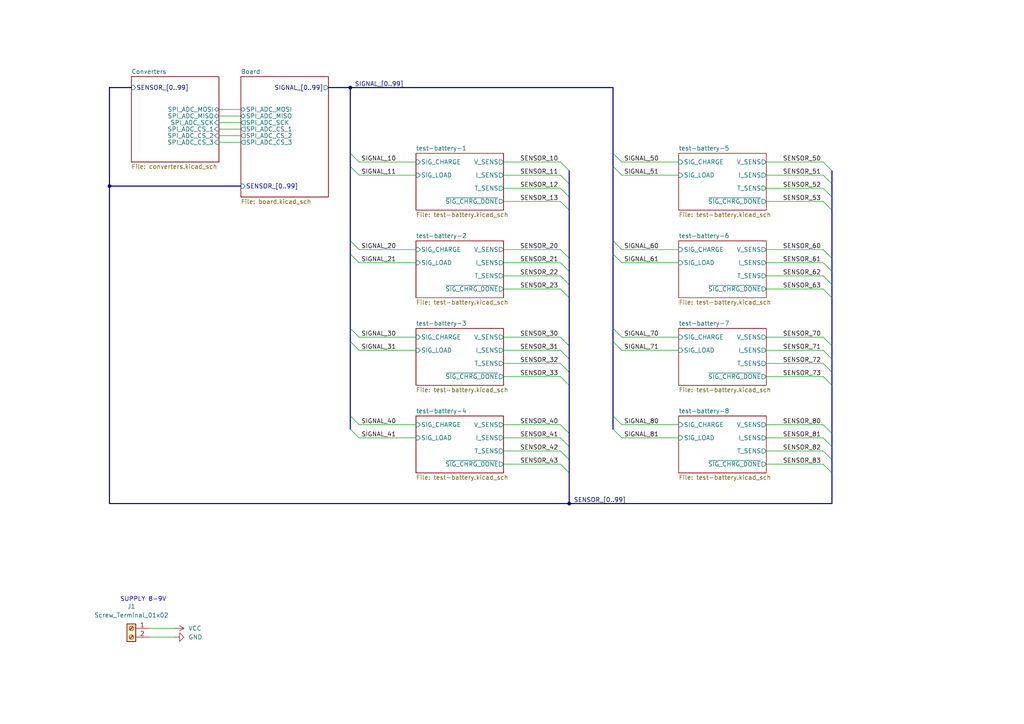
<source format=kicad_sch>
(kicad_sch (version 20211123) (generator eeschema)
  (paper "A4")
  (lib_symbols
    (symbol "Connector:Screw_Terminal_01x02" (pin_names (offset 1.016) hide)
      (property "Reference" "J" (at 0 2.54 0))
      (property "Value" "Screw_Terminal_01x02" (at 0 -5.08 0))
      (symbol "Screw_Terminal_01x02_1_1"
        (rectangle (start -1.27 1.27) (end 1.27 -3.81) (stroke (width 0.254)) (fill (type background)))
        (circle (center 0 -2.54) (radius 0.635) (stroke (width 0.1524)))
        (polyline (pts (xy -0.5334 -2.2098) (xy 0.3302 -3.048)) (stroke (width 0.1524)))
        (polyline (pts (xy -0.5334 0.3302) (xy 0.3302 -0.508)) (stroke (width 0.1524)))
        (polyline (pts (xy -0.3556 -2.032) (xy 0.508 -2.8702)) (stroke (width 0.1524)))
        (polyline (pts (xy -0.3556 0.508) (xy 0.508 -0.3302)) (stroke (width 0.1524)))
        (circle (center 0 0) (radius 0.635) (stroke (width 0.1524)))
        (pin passive line (at -5.08 0 0) (length 3.81) (name "Pin_1") (number "1"))
        (pin passive line (at -5.08 -2.54 0) (length 3.81) (name "Pin_2") (number "2"))
      )
    )
    (symbol "power:GND" (power) (pin_names (offset 0))
      (property "Value" "GND" (at 0 -3.81 0))
      (symbol "GND_0_1"
        (polyline (pts (xy 0 0) (xy 0 -1.27) (xy 1.27 -1.27) (xy 0 -2.54) (xy -1.27 -1.27) (xy 0 -1.27)))
      )
      (symbol "GND_1_1"
        (pin power_in line (at 0 0 270) (length 0) hide (name "GND") (number "1"))
      )
    )
    (symbol "power:VCC" (power) (pin_names (offset 0))
      (property "Value" "VCC" (at 0 3.81 0))
      (symbol "VCC_0_1"
        (polyline (pts (xy -0.762 1.27) (xy 0 2.54)))
        (polyline (pts (xy 0 0) (xy 0 2.54)))
        (polyline (pts (xy 0 2.54) (xy 0.762 1.27)))
      )
      (symbol "VCC_1_1"
        (pin power_in line (at 0 0 90) (length 0) hide (name "VCC") (number "1"))
      )
    )
  )
  (junction (at 101.6 25.4))
  (junction (at 165.1 146.05))
  (junction (at 31.75 53.975))
  (bus_entry (at 238.76 127) (size 2.54 2.54))
  (bus_entry (at 162.56 76.2) (size 2.54 2.54))
  (bus_entry (at 177.8 73.66) (size 2.54 2.54))
  (bus_entry (at 101.6 99.06) (size 2.54 2.54))
  (bus_entry (at 162.56 130.81) (size 2.54 2.54))
  (bus_entry (at 238.76 46.99) (size 2.54 2.54))
  (bus_entry (at 238.76 134.62) (size 2.54 2.54))
  (bus_entry (at 162.56 72.39) (size 2.54 2.54))
  (bus_entry (at 101.6 95.25) (size 2.54 2.54))
  (bus_entry (at 162.56 105.41) (size 2.54 2.54))
  (bus_entry (at 101.6 48.26) (size 2.54 2.54))
  (bus_entry (at 101.6 124.46) (size 2.54 2.54))
  (bus_entry (at 177.8 95.25) (size 2.54 2.54))
  (bus_entry (at 101.6 120.65) (size 2.54 2.54))
  (bus_entry (at 177.8 69.85) (size 2.54 2.54))
  (bus_entry (at 238.76 83.82) (size 2.54 2.54))
  (bus_entry (at 238.76 50.8) (size 2.54 2.54))
  (bus_entry (at 101.6 44.45) (size 2.54 2.54))
  (bus_entry (at 162.56 123.19) (size 2.54 2.54))
  (bus_entry (at 238.76 72.39) (size 2.54 2.54))
  (bus_entry (at 162.56 109.22) (size 2.54 2.54))
  (bus_entry (at 177.8 48.26) (size 2.54 2.54))
  (bus_entry (at 238.76 130.81) (size 2.54 2.54))
  (bus_entry (at 238.76 109.22) (size 2.54 2.54))
  (bus_entry (at 162.56 83.82) (size 2.54 2.54))
  (bus_entry (at 162.56 54.61) (size 2.54 2.54))
  (bus_entry (at 162.56 50.8) (size 2.54 2.54))
  (bus_entry (at 162.56 46.99) (size 2.54 2.54))
  (bus_entry (at 177.8 99.06) (size 2.54 2.54))
  (bus_entry (at 238.76 105.41) (size 2.54 2.54))
  (bus_entry (at 162.56 80.01) (size 2.54 2.54))
  (bus_entry (at 101.6 73.66) (size 2.54 2.54))
  (bus_entry (at 101.6 69.85) (size 2.54 2.54))
  (bus_entry (at 162.56 134.62) (size 2.54 2.54))
  (bus_entry (at 238.76 54.61) (size 2.54 2.54))
  (bus_entry (at 162.56 58.42) (size 2.54 2.54))
  (bus_entry (at 238.76 123.19) (size 2.54 2.54))
  (bus_entry (at 177.8 120.65) (size 2.54 2.54))
  (bus_entry (at 238.76 101.6) (size 2.54 2.54))
  (bus_entry (at 238.76 58.42) (size 2.54 2.54))
  (bus_entry (at 177.8 124.46) (size 2.54 2.54))
  (bus_entry (at 238.76 97.79) (size 2.54 2.54))
  (bus_entry (at 177.8 44.45) (size 2.54 2.54))
  (bus_entry (at 238.76 76.2) (size 2.54 2.54))
  (bus_entry (at 162.56 101.6) (size 2.54 2.54))
  (bus_entry (at 238.76 80.01) (size 2.54 2.54))
  (bus_entry (at 162.56 127) (size 2.54 2.54))
  (bus_entry (at 162.56 97.79) (size 2.54 2.54))
  (bus (pts (xy 31.75 53.975) (xy 31.75 146.05)))
  (wire (pts (xy 222.25 134.62) (xy 238.76 134.62)))
  (bus (pts (xy 101.6 95.25) (xy 101.6 99.06)))
  (wire (pts (xy 222.25 123.19) (xy 238.76 123.19)))
  (wire (pts (xy 222.25 80.01) (xy 238.76 80.01)))
  (wire (pts (xy 222.25 105.41) (xy 238.76 105.41)))
  (bus (pts (xy 165.1 74.93) (xy 165.1 78.74)))
  (wire (pts (xy 146.05 134.62) (xy 162.56 134.62)))
  (bus (pts (xy 31.75 146.05) (xy 165.1 146.05)))
  (bus (pts (xy 31.75 53.975) (xy 69.85 53.975)))
  (bus (pts (xy 241.3 49.53) (xy 241.3 53.34)))
  (bus (pts (xy 165.1 82.55) (xy 165.1 86.36)))
  (wire (pts (xy 50.8 184.785) (xy 43.18 184.785)))
  (wire (pts (xy 104.14 46.99) (xy 120.65 46.99)))
  (wire (pts (xy 180.34 127) (xy 196.85 127)))
  (bus (pts (xy 177.8 73.66) (xy 177.8 69.85)))
  (wire (pts (xy 222.25 50.8) (xy 238.76 50.8)))
  (bus (pts (xy 241.3 125.73) (xy 241.3 129.54)))
  (wire (pts (xy 146.05 101.6) (xy 162.56 101.6)))
  (bus (pts (xy 241.3 107.95) (xy 241.3 111.76)))
  (wire (pts (xy 146.05 72.39) (xy 162.56 72.39)))
  (wire (pts (xy 63.5 31.75) (xy 69.85 31.75)))
  (bus (pts (xy 241.3 57.15) (xy 241.3 60.96)))
  (bus (pts (xy 241.3 129.54) (xy 241.3 133.35)))
  (bus (pts (xy 101.6 99.06) (xy 101.6 120.65)))
  (bus (pts (xy 165.1 125.73) (xy 165.1 129.54)))
  (bus (pts (xy 165.1 104.14) (xy 165.1 107.95)))
  (bus (pts (xy 241.3 86.36) (xy 241.3 100.33)))
  (wire (pts (xy 146.05 76.2) (xy 162.56 76.2)))
  (bus (pts (xy 101.6 69.85) (xy 101.6 73.66)))
  (wire (pts (xy 222.25 72.39) (xy 238.76 72.39)))
  (bus (pts (xy 241.3 53.34) (xy 241.3 57.15)))
  (bus (pts (xy 177.8 99.06) (xy 177.8 95.25)))
  (bus (pts (xy 165.1 100.33) (xy 165.1 104.14)))
  (bus (pts (xy 241.3 74.93) (xy 241.3 78.74)))
  (bus (pts (xy 177.8 44.45) (xy 177.8 25.4)))
  (bus (pts (xy 38.1 25.4) (xy 31.75 25.4)))
  (wire (pts (xy 180.34 123.19) (xy 196.85 123.19)))
  (wire (pts (xy 222.25 130.81) (xy 238.76 130.81)))
  (wire (pts (xy 146.05 58.42) (xy 162.56 58.42)))
  (wire (pts (xy 222.25 109.22) (xy 238.76 109.22)))
  (wire (pts (xy 222.25 127) (xy 238.76 127)))
  (bus (pts (xy 165.1 49.53) (xy 165.1 53.34)))
  (bus (pts (xy 241.3 82.55) (xy 241.3 86.36)))
  (wire (pts (xy 222.25 54.61) (xy 238.76 54.61)))
  (bus (pts (xy 177.8 124.46) (xy 177.8 120.65)))
  (wire (pts (xy 63.5 35.56) (xy 69.85 35.56)))
  (bus (pts (xy 241.3 111.76) (xy 241.3 125.73)))
  (wire (pts (xy 63.5 41.275) (xy 69.85 41.275)))
  (wire (pts (xy 146.05 80.01) (xy 162.56 80.01)))
  (wire (pts (xy 104.14 50.8) (xy 120.65 50.8)))
  (bus (pts (xy 165.1 107.95) (xy 165.1 111.76)))
  (bus (pts (xy 165.1 53.34) (xy 165.1 57.15)))
  (wire (pts (xy 222.25 83.82) (xy 238.76 83.82)))
  (bus (pts (xy 101.6 73.66) (xy 101.6 95.25)))
  (wire (pts (xy 146.05 123.19) (xy 162.56 123.19)))
  (wire (pts (xy 104.14 72.39) (xy 120.65 72.39)))
  (bus (pts (xy 177.8 69.85) (xy 177.8 48.26)))
  (wire (pts (xy 222.25 101.6) (xy 238.76 101.6)))
  (wire (pts (xy 146.05 46.99) (xy 162.56 46.99)))
  (bus (pts (xy 177.8 48.26) (xy 177.8 44.45)))
  (bus (pts (xy 165.1 111.76) (xy 165.1 125.73)))
  (bus (pts (xy 241.3 133.35) (xy 241.3 137.16)))
  (wire (pts (xy 104.14 123.19) (xy 120.65 123.19)))
  (bus (pts (xy 165.1 86.36) (xy 165.1 100.33)))
  (wire (pts (xy 146.05 105.41) (xy 162.56 105.41)))
  (wire (pts (xy 146.05 50.8) (xy 162.56 50.8)))
  (wire (pts (xy 104.14 76.2) (xy 120.65 76.2)))
  (wire (pts (xy 222.25 46.99) (xy 238.76 46.99)))
  (bus (pts (xy 241.3 137.16) (xy 241.3 146.05)))
  (wire (pts (xy 43.18 182.245) (xy 50.8 182.245)))
  (bus (pts (xy 177.8 120.65) (xy 177.8 99.06)))
  (bus (pts (xy 165.1 129.54) (xy 165.1 133.35)))
  (bus (pts (xy 177.8 95.25) (xy 177.8 73.66)))
  (bus (pts (xy 165.1 57.15) (xy 165.1 60.96)))
  (bus (pts (xy 101.6 44.45) (xy 101.6 48.26)))
  (bus (pts (xy 165.1 137.16) (xy 165.1 146.05)))
  (bus (pts (xy 165.1 78.74) (xy 165.1 82.55)))
  (wire (pts (xy 180.34 46.99) (xy 196.85 46.99)))
  (bus (pts (xy 241.3 78.74) (xy 241.3 82.55)))
  (wire (pts (xy 104.14 127) (xy 120.65 127)))
  (bus (pts (xy 241.3 104.14) (xy 241.3 107.95)))
  (bus (pts (xy 95.25 25.4) (xy 101.6 25.4)))
  (bus (pts (xy 101.6 25.4) (xy 177.8 25.4)))
  (bus (pts (xy 101.6 25.4) (xy 101.6 44.45)))
  (wire (pts (xy 63.5 39.37) (xy 69.85 39.37)))
  (wire (pts (xy 104.14 101.6) (xy 120.65 101.6)))
  (wire (pts (xy 63.5 37.465) (xy 69.85 37.465)))
  (wire (pts (xy 146.05 83.82) (xy 162.56 83.82)))
  (wire (pts (xy 146.05 130.81) (xy 162.56 130.81)))
  (bus (pts (xy 101.6 120.65) (xy 101.6 124.46)))
  (wire (pts (xy 180.34 97.79) (xy 196.85 97.79)))
  (bus (pts (xy 31.75 25.4) (xy 31.75 53.975)))
  (bus (pts (xy 101.6 48.26) (xy 101.6 69.85)))
  (wire (pts (xy 146.05 109.22) (xy 162.56 109.22)))
  (wire (pts (xy 180.34 72.39) (xy 196.85 72.39)))
  (bus (pts (xy 165.1 133.35) (xy 165.1 137.16)))
  (wire (pts (xy 104.14 97.79) (xy 120.65 97.79)))
  (wire (pts (xy 222.25 58.42) (xy 238.76 58.42)))
  (bus (pts (xy 241.3 60.96) (xy 241.3 74.93)))
  (wire (pts (xy 180.34 50.8) (xy 196.85 50.8)))
  (wire (pts (xy 222.25 76.2) (xy 238.76 76.2)))
  (bus (pts (xy 241.3 100.33) (xy 241.3 104.14)))
  (wire (pts (xy 146.05 97.79) (xy 162.56 97.79)))
  (wire (pts (xy 63.5 33.655) (xy 69.85 33.655)))
  (wire (pts (xy 146.05 127) (xy 162.56 127)))
  (wire (pts (xy 180.34 101.6) (xy 196.85 101.6)))
  (bus (pts (xy 165.1 146.05) (xy 241.3 146.05)))
  (bus (pts (xy 165.1 60.96) (xy 165.1 74.93)))
  (wire (pts (xy 222.25 97.79) (xy 238.76 97.79)))
  (wire (pts (xy 180.34 76.2) (xy 196.85 76.2)))
  (wire (pts (xy 146.05 54.61) (xy 162.56 54.61)))
  (text "SUPPLY 8-9V" (at 48.26 174.625 180) (effects (font (size 1.27 1.27)) (justify right bottom)))
  (label "SENSOR_52" (at 238.125 54.61 180))
  (label "SENSOR_80" (at 238.125 123.19 180))
  (label "SIGNAL_11" (at 104.775 50.8 0))
  (label "SIGNAL_31" (at 104.775 101.6 0))
  (label "SENSOR_50" (at 238.125 46.99 180))
  (label "SIGNAL_[0..99]" (at 102.87 25.4 0))
  (label "SIGNAL_50" (at 180.975 46.99 0))
  (label "SIGNAL_20" (at 104.775 72.39 0))
  (label "SENSOR_11" (at 161.925 50.8 180))
  (label "SIGNAL_70" (at 180.975 97.79 0))
  (label "SENSOR_33" (at 161.925 109.22 180))
  (label "SIGNAL_21" (at 104.775 76.2 0))
  (label "SIGNAL_81" (at 180.975 127 0))
  (label "SENSOR_40" (at 161.925 123.19 180))
  (label "SENSOR_[0..99]" (at 166.37 146.05 0))
  (label "SENSOR_13" (at 161.925 58.42 180))
  (label "SENSOR_31" (at 161.925 101.6 180))
  (label "SENSOR_63" (at 238.125 83.82 180))
  (label "SIGNAL_71" (at 180.975 101.6 0))
  (label "SENSOR_42" (at 161.925 130.81 180))
  (label "SENSOR_43" (at 161.925 134.62 180))
  (label "SIGNAL_41" (at 104.775 127 0))
  (label "SENSOR_83" (at 238.125 134.62 180))
  (label "SIGNAL_40" (at 104.775 123.19 0))
  (label "SIGNAL_80" (at 180.975 123.19 0))
  (label "SENSOR_82" (at 238.125 130.81 180))
  (label "SENSOR_20" (at 161.925 72.39 180))
  (label "SIGNAL_10" (at 104.775 46.99 0))
  (label "SENSOR_72" (at 238.125 105.41 180))
  (label "SENSOR_10" (at 161.925 46.99 180))
  (label "SIGNAL_51" (at 180.975 50.8 0))
  (label "SENSOR_53" (at 238.125 58.42 180))
  (label "SENSOR_12" (at 161.925 54.61 180))
  (label "SENSOR_81" (at 238.125 127 180))
  (label "SENSOR_73" (at 238.125 109.22 180))
  (label "SENSOR_61" (at 238.125 76.2 180))
  (label "SIGNAL_30" (at 104.775 97.79 0))
  (label "SENSOR_62" (at 238.125 80.01 180))
  (label "SENSOR_21" (at 161.925 76.2 180))
  (label "SENSOR_22" (at 161.925 80.01 180))
  (label "SIGNAL_60" (at 180.975 72.39 0))
  (label "SENSOR_41" (at 161.925 127 180))
  (label "SIGNAL_61" (at 180.975 76.2 0))
  (label "SENSOR_60" (at 238.125 72.39 180))
  (label "SENSOR_71" (at 238.125 101.6 180))
  (label "SENSOR_70" (at 238.125 97.79 180))
  (label "SENSOR_23" (at 161.925 83.82 180))
  (label "SENSOR_30" (at 161.925 97.79 180))
  (label "SENSOR_32" (at 161.925 105.41 180))
  (label "SENSOR_51" (at 238.125 50.8 180))
  (symbol (lib_id "power:GND") (at 50.8 184.785 90) (unit 1)
    (property "Reference" "#PWR02" (effects hide))
    (property "Value" "GND" (at 54.61 184.7849 90) (effects (justify right)))
  )
  (symbol (lib_id "power:VCC") (at 50.8 182.245 270) (unit 1)
    (property "Reference" "#PWR01" (effects hide))
    (property "Value" "VCC" (at 54.61 182.2449 90) (effects (justify left)))
  )
  (symbol (lib_id "Connector:Screw_Terminal_01x02") (at 38.1 182.245 0) (mirror y) (unit 1)
    (property "Reference" "J1" (at 38.1 175.895 0))
    (property "Value" "Screw_Terminal_01x02" (at 38.1 178.435 0))
    (property "Footprint" "TerminalBlock:TerminalBlock_bornier-2_P5.08mm" (effects hide))
  )
  (sheet (at 120.65 95.25) (size 25.4 16.51) (stroke (width 0.1524))
    (property "Sheet name" "test-battery-3" (at 120.65 94.5384 0) (effects (justify left bottom)))
    (property "Sheet file" "test-battery.kicad_sch" (at 120.65 112.3446 0) (effects (justify left top)))
    (pin "I_SENS" output (at 146.05 101.6 0))
    (pin "SIG_CHARGE" input (at 120.65 97.79 180))
    (pin "SIG_LOAD" input (at 120.65 101.6 180))
    (pin "V_SENS" output (at 146.05 97.79 0))
    (pin "T_SENS" output (at 146.05 105.41 0))
    (pin "~{SIG_CHRG_DONE}" output (at 146.05 109.22 0))
  )
  (sheet (at 69.85 22.225) (size 25.4 34.925) (stroke (width 0.1524))
    (property "Sheet name" "Board" (at 69.85 21.5134 0) (effects (justify left bottom)))
    (property "Sheet file" "board.kicad_sch" (at 69.85 57.7346 0) (effects (justify left top)))
    (pin "SIGNAL_[0..99]" output (at 95.25 25.4 0))
    (pin "SPI_ADC_SCK" output (at 69.85 35.56 180))
    (pin "SPI_ADC_CS_2" output (at 69.85 39.37 180))
    (pin "SPI_ADC_CS_3" output (at 69.85 41.275 180))
    (pin "SPI_ADC_CS_1" output (at 69.85 37.465 180))
    (pin "SPI_ADC_MOSI" bidirectional (at 69.85 31.75 180))
    (pin "SPI_ADC_MISO" bidirectional (at 69.85 33.655 180))
    (pin "SENSOR_[0..99]" input (at 69.85 53.975 180))
  )
  (sheet (at 38.1 22.225) (size 25.4 24.765) (stroke (width 0.1524))
    (property "Sheet name" "Converters" (at 38.1 21.5134 0) (effects (justify left bottom)))
    (property "Sheet file" "converters.kicad_sch" (at 38.1 47.5746 0) (effects (justify left top)))
    (pin "SENSOR_[0..99]" input (at 38.1 25.4 180))
    (pin "SPI_ADC_CS_1" input (at 63.5 37.465 0))
    (pin "SPI_ADC_CS_2" input (at 63.5 39.37 0))
    (pin "SPI_ADC_CS_3" input (at 63.5 41.275 0))
    (pin "SPI_ADC_SCK" input (at 63.5 35.56 0))
    (pin "SPI_ADC_MISO" bidirectional (at 63.5 33.655 0))
    (pin "SPI_ADC_MOSI" bidirectional (at 63.5 31.75 0))
  )
  (sheet (at 196.85 44.45) (size 25.4 16.51) (stroke (width 0.1524))
    (property "Sheet name" "test-battery-5" (at 196.85 43.7384 0) (effects (justify left bottom)))
    (property "Sheet file" "test-battery.kicad_sch" (at 196.85 61.5446 0) (effects (justify left top)))
    (pin "I_SENS" output (at 222.25 50.8 0))
    (pin "SIG_CHARGE" input (at 196.85 46.99 180))
    (pin "SIG_LOAD" input (at 196.85 50.8 180))
    (pin "V_SENS" output (at 222.25 46.99 0))
    (pin "T_SENS" output (at 222.25 54.61 0))
    (pin "~{SIG_CHRG_DONE}" output (at 222.25 58.42 0))
  )
  (sheet (at 120.65 69.85) (size 25.4 16.51) (stroke (width 0.1524))
    (property "Sheet name" "test-battery-2" (at 120.65 69.1384 0) (effects (justify left bottom)))
    (property "Sheet file" "test-battery.kicad_sch" (at 120.65 86.9446 0) (effects (justify left top)))
    (pin "I_SENS" output (at 146.05 76.2 0))
    (pin "SIG_CHARGE" input (at 120.65 72.39 180))
    (pin "SIG_LOAD" input (at 120.65 76.2 180))
    (pin "V_SENS" output (at 146.05 72.39 0))
    (pin "T_SENS" output (at 146.05 80.01 0))
    (pin "~{SIG_CHRG_DONE}" output (at 146.05 83.82 0))
  )
  (sheet (at 196.85 69.85) (size 25.4 16.51) (stroke (width 0.1524))
    (property "Sheet name" "test-battery-6" (at 196.85 69.1384 0) (effects (justify left bottom)))
    (property "Sheet file" "test-battery.kicad_sch" (at 196.85 86.9446 0) (effects (justify left top)))
    (pin "I_SENS" output (at 222.25 76.2 0))
    (pin "SIG_CHARGE" input (at 196.85 72.39 180))
    (pin "SIG_LOAD" input (at 196.85 76.2 180))
    (pin "V_SENS" output (at 222.25 72.39 0))
    (pin "T_SENS" output (at 222.25 80.01 0))
    (pin "~{SIG_CHRG_DONE}" output (at 222.25 83.82 0))
  )
  (sheet (at 196.85 95.25) (size 25.4 16.51) (stroke (width 0.1524))
    (property "Sheet name" "test-battery-7" (at 196.85 94.5384 0) (effects (justify left bottom)))
    (property "Sheet file" "test-battery.kicad_sch" (at 196.85 112.3446 0) (effects (justify left top)))
    (pin "I_SENS" output (at 222.25 101.6 0))
    (pin "SIG_CHARGE" input (at 196.85 97.79 180))
    (pin "SIG_LOAD" input (at 196.85 101.6 180))
    (pin "V_SENS" output (at 222.25 97.79 0))
    (pin "T_SENS" output (at 222.25 105.41 0))
    (pin "~{SIG_CHRG_DONE}" output (at 222.25 109.22 0))
  )
  (sheet (at 196.85 120.65) (size 25.4 16.51) (stroke (width 0.1524))
    (property "Sheet name" "test-battery-8" (at 196.85 119.9384 0) (effects (justify left bottom)))
    (property "Sheet file" "test-battery.kicad_sch" (at 196.85 137.7446 0) (effects (justify left top)))
    (pin "I_SENS" output (at 222.25 127 0))
    (pin "SIG_CHARGE" input (at 196.85 123.19 180))
    (pin "SIG_LOAD" input (at 196.85 127 180))
    (pin "V_SENS" output (at 222.25 123.19 0))
    (pin "T_SENS" output (at 222.25 130.81 0))
    (pin "~{SIG_CHRG_DONE}" output (at 222.25 134.62 0))
  )
  (sheet (at 120.65 44.45) (size 25.4 16.51) (stroke (width 0.1524))
    (property "Sheet name" "test-battery-1" (at 120.65 43.7384 0) (effects (justify left bottom)))
    (property "Sheet file" "test-battery.kicad_sch" (at 120.65 61.5446 0) (effects (justify left top)))
    (pin "I_SENS" output (at 146.05 50.8 0))
    (pin "SIG_CHARGE" input (at 120.65 46.99 180))
    (pin "SIG_LOAD" input (at 120.65 50.8 180))
    (pin "V_SENS" output (at 146.05 46.99 0))
    (pin "T_SENS" output (at 146.05 54.61 0))
    (pin "~{SIG_CHRG_DONE}" output (at 146.05 58.42 0))
  )
  (sheet (at 120.65 120.65) (size 25.4 16.51) (stroke (width 0.1524))
    (property "Sheet name" "test-battery-4" (at 120.65 119.9384 0) (effects (justify left bottom)))
    (property "Sheet file" "test-battery.kicad_sch" (at 120.65 137.7446 0) (effects (justify left top)))
    (pin "I_SENS" output (at 146.05 127 0))
    (pin "SIG_CHARGE" input (at 120.65 123.19 180))
    (pin "SIG_LOAD" input (at 120.65 127 180))
    (pin "V_SENS" output (at 146.05 123.19 0))
    (pin "T_SENS" output (at 146.05 130.81 0))
    (pin "~{SIG_CHRG_DONE}" output (at 146.05 134.62 0))
  )
)
</source>
